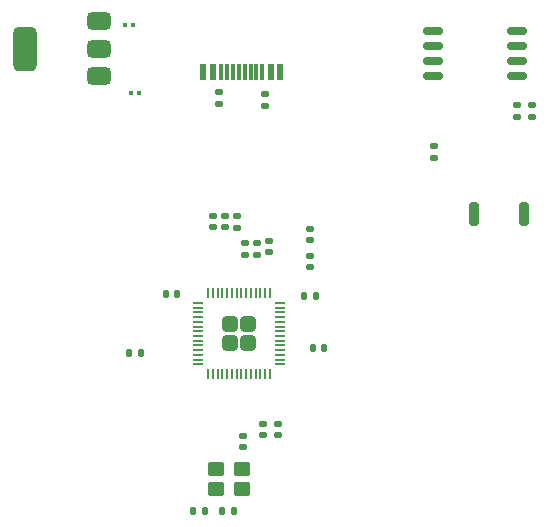
<source format=gbr>
%TF.GenerationSoftware,KiCad,Pcbnew,9.0.6*%
%TF.CreationDate,2025-12-18T17:34:00+05:30*%
%TF.ProjectId,Blueprint_Project,426c7565-7072-4696-9e74-5f50726f6a65,rev?*%
%TF.SameCoordinates,Original*%
%TF.FileFunction,Paste,Top*%
%TF.FilePolarity,Positive*%
%FSLAX46Y46*%
G04 Gerber Fmt 4.6, Leading zero omitted, Abs format (unit mm)*
G04 Created by KiCad (PCBNEW 9.0.6) date 2025-12-18 17:34:00*
%MOMM*%
%LPD*%
G01*
G04 APERTURE LIST*
G04 Aperture macros list*
%AMRoundRect*
0 Rectangle with rounded corners*
0 $1 Rounding radius*
0 $2 $3 $4 $5 $6 $7 $8 $9 X,Y pos of 4 corners*
0 Add a 4 corners polygon primitive as box body*
4,1,4,$2,$3,$4,$5,$6,$7,$8,$9,$2,$3,0*
0 Add four circle primitives for the rounded corners*
1,1,$1+$1,$2,$3*
1,1,$1+$1,$4,$5*
1,1,$1+$1,$6,$7*
1,1,$1+$1,$8,$9*
0 Add four rect primitives between the rounded corners*
20,1,$1+$1,$2,$3,$4,$5,0*
20,1,$1+$1,$4,$5,$6,$7,0*
20,1,$1+$1,$6,$7,$8,$9,0*
20,1,$1+$1,$8,$9,$2,$3,0*%
G04 Aperture macros list end*
%ADD10RoundRect,0.079500X-0.079500X-0.100500X0.079500X-0.100500X0.079500X0.100500X-0.079500X0.100500X0*%
%ADD11RoundRect,0.135000X0.185000X-0.135000X0.185000X0.135000X-0.185000X0.135000X-0.185000X-0.135000X0*%
%ADD12RoundRect,0.140000X0.140000X0.170000X-0.140000X0.170000X-0.140000X-0.170000X0.140000X-0.170000X0*%
%ADD13RoundRect,0.250000X-0.450000X-0.350000X0.450000X-0.350000X0.450000X0.350000X-0.450000X0.350000X0*%
%ADD14RoundRect,0.135000X0.135000X0.185000X-0.135000X0.185000X-0.135000X-0.185000X0.135000X-0.185000X0*%
%ADD15R,0.600000X1.450000*%
%ADD16R,0.300000X1.450000*%
%ADD17RoundRect,0.140000X-0.170000X0.140000X-0.170000X-0.140000X0.170000X-0.140000X0.170000X0.140000X0*%
%ADD18RoundRect,0.140000X-0.140000X-0.170000X0.140000X-0.170000X0.140000X0.170000X-0.140000X0.170000X0*%
%ADD19RoundRect,0.135000X-0.185000X0.135000X-0.185000X-0.135000X0.185000X-0.135000X0.185000X0.135000X0*%
%ADD20RoundRect,0.140000X0.170000X-0.140000X0.170000X0.140000X-0.170000X0.140000X-0.170000X-0.140000X0*%
%ADD21RoundRect,0.375000X0.625000X0.375000X-0.625000X0.375000X-0.625000X-0.375000X0.625000X-0.375000X0*%
%ADD22RoundRect,0.500000X0.500000X1.400000X-0.500000X1.400000X-0.500000X-1.400000X0.500000X-1.400000X0*%
%ADD23RoundRect,0.249999X-0.395001X-0.395001X0.395001X-0.395001X0.395001X0.395001X-0.395001X0.395001X0*%
%ADD24RoundRect,0.050000X-0.387500X-0.050000X0.387500X-0.050000X0.387500X0.050000X-0.387500X0.050000X0*%
%ADD25RoundRect,0.050000X-0.050000X-0.387500X0.050000X-0.387500X0.050000X0.387500X-0.050000X0.387500X0*%
%ADD26RoundRect,0.162500X0.650000X0.162500X-0.650000X0.162500X-0.650000X-0.162500X0.650000X-0.162500X0*%
%ADD27RoundRect,0.200000X-0.200000X-0.800000X0.200000X-0.800000X0.200000X0.800000X-0.200000X0.800000X0*%
G04 APERTURE END LIST*
D10*
%TO.C,C14*%
X170500000Y-64250000D03*
X169810000Y-64250000D03*
%TD*%
D11*
%TO.C,R4*%
X181000000Y-83760000D03*
X181000000Y-82740000D03*
%TD*%
D12*
%TO.C,C16*%
X176570000Y-105380000D03*
X175610000Y-105380000D03*
%TD*%
D13*
%TO.C,Y1*%
X177530000Y-103520000D03*
X179730000Y-103520000D03*
X179730000Y-101820000D03*
X177530000Y-101820000D03*
%TD*%
D12*
%TO.C,C8*%
X171160000Y-92010000D03*
X170200000Y-92010000D03*
%TD*%
D14*
%TO.C,R5*%
X179050000Y-105370000D03*
X178030000Y-105370000D03*
%TD*%
D15*
%TO.C,J2*%
X182960000Y-68265000D03*
X182160000Y-68265000D03*
D16*
X180960000Y-68265000D03*
X179960000Y-68265000D03*
X179460000Y-68265000D03*
X178460000Y-68265000D03*
D15*
X177260000Y-68265000D03*
X176460000Y-68265000D03*
X176460000Y-68265000D03*
X177260000Y-68265000D03*
D16*
X177960000Y-68265000D03*
X178960000Y-68265000D03*
X180460000Y-68265000D03*
X181460000Y-68265000D03*
D15*
X182160000Y-68265000D03*
X182960000Y-68265000D03*
%TD*%
D10*
%TO.C,C13*%
X170310000Y-70000000D03*
X171000000Y-70000000D03*
%TD*%
D17*
%TO.C,C9*%
X181500000Y-98020000D03*
X181500000Y-98980000D03*
%TD*%
D18*
%TO.C,C5*%
X185010000Y-87160000D03*
X185970000Y-87160000D03*
%TD*%
D19*
%TO.C,R7*%
X203000000Y-71000000D03*
X203000000Y-72020000D03*
%TD*%
D11*
%TO.C,R3*%
X180000000Y-83760000D03*
X180000000Y-82740000D03*
%TD*%
D19*
%TO.C,R6*%
X204250000Y-70990000D03*
X204250000Y-72010000D03*
%TD*%
D20*
%TO.C,C3*%
X179310000Y-81400000D03*
X179310000Y-80440000D03*
%TD*%
%TO.C,C17*%
X196000000Y-75480000D03*
X196000000Y-74520000D03*
%TD*%
D21*
%TO.C,U2*%
X167650000Y-68550000D03*
X167650000Y-66250000D03*
D22*
X161350000Y-66250000D03*
D21*
X167650000Y-63950000D03*
%TD*%
D19*
%TO.C,R2*%
X177820000Y-69920000D03*
X177820000Y-70940000D03*
%TD*%
D18*
%TO.C,C7*%
X185750000Y-91610000D03*
X186710000Y-91610000D03*
%TD*%
D20*
%TO.C,C15*%
X179830000Y-100000000D03*
X179830000Y-99040000D03*
%TD*%
D19*
%TO.C,R1*%
X181640000Y-70120000D03*
X181640000Y-71140000D03*
%TD*%
D20*
%TO.C,C4*%
X178310000Y-81390000D03*
X178310000Y-80430000D03*
%TD*%
D23*
%TO.C,U1*%
X178680000Y-89580000D03*
X178680000Y-91180000D03*
X180280000Y-89580000D03*
X180280000Y-91180000D03*
D24*
X176042500Y-87780000D03*
X176042500Y-88180000D03*
X176042500Y-88580000D03*
X176042500Y-88980000D03*
X176042500Y-89380000D03*
X176042500Y-89780000D03*
X176042500Y-90180000D03*
X176042500Y-90580000D03*
X176042500Y-90980000D03*
X176042500Y-91380000D03*
X176042500Y-91780000D03*
X176042500Y-92180000D03*
X176042500Y-92580000D03*
X176042500Y-92980000D03*
D25*
X176880000Y-93817500D03*
X177280000Y-93817500D03*
X177680000Y-93817500D03*
X178080000Y-93817500D03*
X178480000Y-93817500D03*
X178880000Y-93817500D03*
X179280000Y-93817500D03*
X179680000Y-93817500D03*
X180080000Y-93817500D03*
X180480000Y-93817500D03*
X180880000Y-93817500D03*
X181280000Y-93817500D03*
X181680000Y-93817500D03*
X182080000Y-93817500D03*
D24*
X182917500Y-92980000D03*
X182917500Y-92580000D03*
X182917500Y-92180000D03*
X182917500Y-91780000D03*
X182917500Y-91380000D03*
X182917500Y-90980000D03*
X182917500Y-90580000D03*
X182917500Y-90180000D03*
X182917500Y-89780000D03*
X182917500Y-89380000D03*
X182917500Y-88980000D03*
X182917500Y-88580000D03*
X182917500Y-88180000D03*
X182917500Y-87780000D03*
D25*
X182080000Y-86942500D03*
X181680000Y-86942500D03*
X181280000Y-86942500D03*
X180880000Y-86942500D03*
X180480000Y-86942500D03*
X180080000Y-86942500D03*
X179680000Y-86942500D03*
X179280000Y-86942500D03*
X178880000Y-86942500D03*
X178480000Y-86942500D03*
X178080000Y-86942500D03*
X177680000Y-86942500D03*
X177280000Y-86942500D03*
X176880000Y-86942500D03*
%TD*%
D20*
%TO.C,C6*%
X185500000Y-84730000D03*
X185500000Y-83770000D03*
%TD*%
D17*
%TO.C,C11*%
X182750000Y-98020000D03*
X182750000Y-98980000D03*
%TD*%
D20*
%TO.C,C10*%
X177320000Y-81380000D03*
X177320000Y-80420000D03*
%TD*%
%TO.C,C1*%
X185500000Y-82480000D03*
X185500000Y-81520000D03*
%TD*%
D12*
%TO.C,C2*%
X174230000Y-87000000D03*
X173270000Y-87000000D03*
%TD*%
D26*
%TO.C,U3*%
X203050000Y-68530000D03*
X203050000Y-67260000D03*
X203050000Y-65990000D03*
X203050000Y-64720000D03*
X195875000Y-64720000D03*
X195875000Y-65990000D03*
X195875000Y-67260000D03*
X195875000Y-68530000D03*
%TD*%
D20*
%TO.C,C12*%
X182000000Y-83500000D03*
X182000000Y-82540000D03*
%TD*%
D27*
%TO.C,SW1*%
X199400000Y-80250000D03*
X203600000Y-80250000D03*
%TD*%
M02*

</source>
